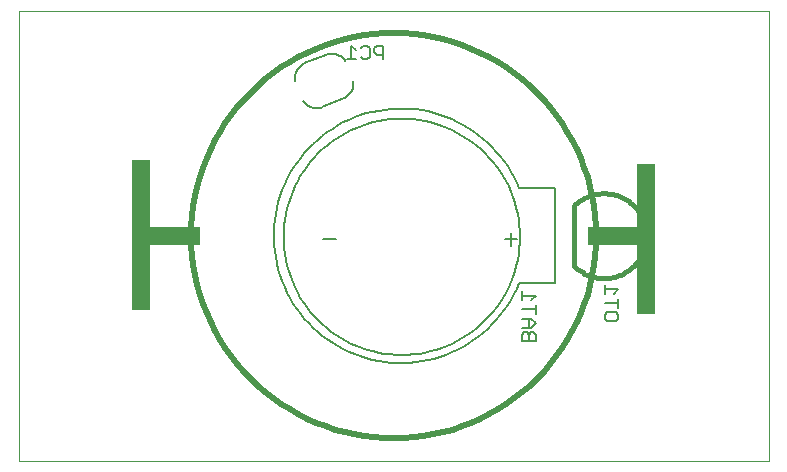
<source format=gbo>
G75*
G70*
%OFA0B0*%
%FSLAX24Y24*%
%IPPOS*%
%LPD*%
%AMOC8*
5,1,8,0,0,1.08239X$1,22.5*
%
%ADD10C,0.0000*%
%ADD11C,0.0200*%
%ADD12R,0.0600X0.5000*%
%ADD13R,0.1650X0.0600*%
%ADD14C,0.0080*%
%ADD15C,0.0050*%
%ADD16C,0.0060*%
%ADD17C,0.0150*%
D10*
X000262Y000262D02*
X000262Y015262D01*
X025262Y015262D01*
X025262Y000262D01*
X000262Y000262D01*
D11*
X006012Y007762D02*
X006020Y008093D01*
X006045Y008424D01*
X006085Y008752D01*
X006142Y009079D01*
X006214Y009402D01*
X006303Y009721D01*
X006407Y010036D01*
X006526Y010345D01*
X006660Y010648D01*
X006809Y010944D01*
X006972Y011232D01*
X007150Y011512D01*
X007340Y011783D01*
X007544Y012044D01*
X007761Y012295D01*
X007989Y012535D01*
X008229Y012763D01*
X008480Y012980D01*
X008741Y013184D01*
X009012Y013374D01*
X009292Y013552D01*
X009580Y013715D01*
X009876Y013864D01*
X010179Y013998D01*
X010488Y014117D01*
X010803Y014221D01*
X011122Y014310D01*
X011445Y014382D01*
X011772Y014439D01*
X012100Y014479D01*
X012431Y014504D01*
X012762Y014512D01*
X013093Y014504D01*
X013424Y014479D01*
X013752Y014439D01*
X014079Y014382D01*
X014402Y014310D01*
X014721Y014221D01*
X015036Y014117D01*
X015345Y013998D01*
X015648Y013864D01*
X015944Y013715D01*
X016232Y013552D01*
X016512Y013374D01*
X016783Y013184D01*
X017044Y012980D01*
X017295Y012763D01*
X017535Y012535D01*
X017763Y012295D01*
X017980Y012044D01*
X018184Y011783D01*
X018374Y011512D01*
X018552Y011232D01*
X018715Y010944D01*
X018864Y010648D01*
X018998Y010345D01*
X019117Y010036D01*
X019221Y009721D01*
X019310Y009402D01*
X019382Y009079D01*
X019439Y008752D01*
X019479Y008424D01*
X019504Y008093D01*
X019512Y007762D01*
X019504Y007431D01*
X019479Y007100D01*
X019439Y006772D01*
X019382Y006445D01*
X019310Y006122D01*
X019221Y005803D01*
X019117Y005488D01*
X018998Y005179D01*
X018864Y004876D01*
X018715Y004580D01*
X018552Y004292D01*
X018374Y004012D01*
X018184Y003741D01*
X017980Y003480D01*
X017763Y003229D01*
X017535Y002989D01*
X017295Y002761D01*
X017044Y002544D01*
X016783Y002340D01*
X016512Y002150D01*
X016232Y001972D01*
X015944Y001809D01*
X015648Y001660D01*
X015345Y001526D01*
X015036Y001407D01*
X014721Y001303D01*
X014402Y001214D01*
X014079Y001142D01*
X013752Y001085D01*
X013424Y001045D01*
X013093Y001020D01*
X012762Y001012D01*
X012431Y001020D01*
X012100Y001045D01*
X011772Y001085D01*
X011445Y001142D01*
X011122Y001214D01*
X010803Y001303D01*
X010488Y001407D01*
X010179Y001526D01*
X009876Y001660D01*
X009580Y001809D01*
X009292Y001972D01*
X009012Y002150D01*
X008741Y002340D01*
X008480Y002544D01*
X008229Y002761D01*
X007989Y002989D01*
X007761Y003229D01*
X007544Y003480D01*
X007340Y003741D01*
X007150Y004012D01*
X006972Y004292D01*
X006809Y004580D01*
X006660Y004876D01*
X006526Y005179D01*
X006407Y005488D01*
X006303Y005803D01*
X006214Y006122D01*
X006142Y006445D01*
X006085Y006772D01*
X006045Y007100D01*
X006020Y007431D01*
X006012Y007762D01*
D12*
X004342Y007782D03*
X021182Y007642D03*
D13*
X020057Y007762D03*
X005467Y007762D03*
D14*
X010372Y012044D02*
X011102Y012339D01*
X011102Y012340D02*
X011141Y012361D01*
X011179Y012385D01*
X011214Y012413D01*
X011248Y012442D01*
X011279Y012475D01*
X011307Y012510D01*
X011332Y012547D01*
X011355Y012585D01*
X011374Y012626D01*
X011390Y012668D01*
X011403Y012711D01*
X011412Y012754D01*
X011418Y012799D01*
X011420Y012844D01*
X011419Y012888D01*
X011414Y012933D01*
X011149Y013589D02*
X011122Y013625D01*
X011091Y013658D01*
X011059Y013689D01*
X011024Y013717D01*
X010987Y013742D01*
X010948Y013764D01*
X010907Y013783D01*
X010865Y013799D01*
X010822Y013811D01*
X010778Y013820D01*
X010734Y013825D01*
X010689Y013827D01*
X010644Y013825D01*
X010600Y013820D01*
X010556Y013811D01*
X010513Y013799D01*
X010512Y013800D02*
X009782Y013505D01*
X009782Y013504D02*
X009743Y013483D01*
X009705Y013459D01*
X009670Y013431D01*
X009636Y013402D01*
X009605Y013369D01*
X009577Y013334D01*
X009552Y013297D01*
X009529Y013259D01*
X009510Y013218D01*
X009494Y013176D01*
X009481Y013133D01*
X009472Y013090D01*
X009466Y013045D01*
X009464Y013000D01*
X009465Y012956D01*
X009470Y012911D01*
X009735Y012255D02*
X009762Y012219D01*
X009793Y012186D01*
X009825Y012155D01*
X009860Y012127D01*
X009897Y012102D01*
X009936Y012080D01*
X009977Y012061D01*
X010019Y012045D01*
X010062Y012033D01*
X010106Y012024D01*
X010150Y012019D01*
X010195Y012017D01*
X010240Y012019D01*
X010284Y012024D01*
X010328Y012033D01*
X010371Y012045D01*
X016942Y009337D02*
X018123Y009337D01*
X018123Y006187D01*
X016942Y006187D01*
X009092Y007723D02*
X009097Y007916D01*
X009111Y008109D01*
X009135Y008301D01*
X009168Y008491D01*
X009210Y008680D01*
X009262Y008866D01*
X009322Y009049D01*
X009392Y009230D01*
X009470Y009406D01*
X009557Y009579D01*
X009652Y009747D01*
X009756Y009910D01*
X009867Y010068D01*
X009986Y010221D01*
X010112Y010367D01*
X010245Y010507D01*
X010385Y010640D01*
X010531Y010766D01*
X010684Y010885D01*
X010842Y010996D01*
X011005Y011100D01*
X011173Y011195D01*
X011346Y011282D01*
X011522Y011360D01*
X011703Y011430D01*
X011886Y011490D01*
X012072Y011542D01*
X012261Y011584D01*
X012451Y011617D01*
X012643Y011641D01*
X012836Y011655D01*
X013029Y011660D01*
X013222Y011655D01*
X013415Y011641D01*
X013607Y011617D01*
X013797Y011584D01*
X013986Y011542D01*
X014172Y011490D01*
X014355Y011430D01*
X014536Y011360D01*
X014712Y011282D01*
X014885Y011195D01*
X015053Y011100D01*
X015216Y010996D01*
X015374Y010885D01*
X015527Y010766D01*
X015673Y010640D01*
X015813Y010507D01*
X015946Y010367D01*
X016072Y010221D01*
X016191Y010068D01*
X016302Y009910D01*
X016406Y009747D01*
X016501Y009579D01*
X016588Y009406D01*
X016666Y009230D01*
X016736Y009049D01*
X016796Y008866D01*
X016848Y008680D01*
X016890Y008491D01*
X016923Y008301D01*
X016947Y008109D01*
X016961Y007916D01*
X016966Y007723D01*
X016961Y007530D01*
X016947Y007337D01*
X016923Y007145D01*
X016890Y006955D01*
X016848Y006766D01*
X016796Y006580D01*
X016736Y006397D01*
X016666Y006216D01*
X016588Y006040D01*
X016501Y005867D01*
X016406Y005699D01*
X016302Y005536D01*
X016191Y005378D01*
X016072Y005225D01*
X015946Y005079D01*
X015813Y004939D01*
X015673Y004806D01*
X015527Y004680D01*
X015374Y004561D01*
X015216Y004450D01*
X015053Y004346D01*
X014885Y004251D01*
X014712Y004164D01*
X014536Y004086D01*
X014355Y004016D01*
X014172Y003956D01*
X013986Y003904D01*
X013797Y003862D01*
X013607Y003829D01*
X013415Y003805D01*
X013222Y003791D01*
X013029Y003786D01*
X012836Y003791D01*
X012643Y003805D01*
X012451Y003829D01*
X012261Y003862D01*
X012072Y003904D01*
X011886Y003956D01*
X011703Y004016D01*
X011522Y004086D01*
X011346Y004164D01*
X011173Y004251D01*
X011005Y004346D01*
X010842Y004450D01*
X010684Y004561D01*
X010531Y004680D01*
X010385Y004806D01*
X010245Y004939D01*
X010112Y005079D01*
X009986Y005225D01*
X009867Y005378D01*
X009756Y005536D01*
X009652Y005699D01*
X009557Y005867D01*
X009470Y006040D01*
X009392Y006216D01*
X009322Y006397D01*
X009262Y006580D01*
X009210Y006766D01*
X009168Y006955D01*
X009135Y007145D01*
X009111Y007337D01*
X009097Y007530D01*
X009092Y007723D01*
X016942Y006187D02*
X016860Y005997D01*
X016769Y005811D01*
X016669Y005629D01*
X016561Y005453D01*
X016444Y005282D01*
X016319Y005117D01*
X016185Y004958D01*
X016045Y004806D01*
X015897Y004661D01*
X015742Y004523D01*
X015580Y004394D01*
X015413Y004272D01*
X015239Y004158D01*
X015061Y004054D01*
X014877Y003958D01*
X014689Y003871D01*
X014497Y003793D01*
X014301Y003725D01*
X014102Y003666D01*
X013901Y003618D01*
X013697Y003579D01*
X013492Y003550D01*
X013286Y003531D01*
X013079Y003523D01*
X012872Y003524D01*
X012665Y003536D01*
X012459Y003557D01*
X012254Y003589D01*
X012051Y003631D01*
X011850Y003682D01*
X011653Y003743D01*
X011458Y003814D01*
X011267Y003895D01*
X011080Y003984D01*
X010898Y004083D01*
X010721Y004190D01*
X010549Y004306D01*
X010383Y004430D01*
X010223Y004562D01*
X010070Y004702D01*
X009924Y004849D01*
X009786Y005003D01*
X009655Y005163D01*
X009532Y005330D01*
X009417Y005503D01*
X009311Y005681D01*
X009214Y005864D01*
X009126Y006051D01*
X009047Y006243D01*
X008977Y006438D01*
X008917Y006636D01*
X008867Y006837D01*
X008827Y007040D01*
X008797Y007245D01*
X008776Y007451D01*
X008766Y007658D01*
X008766Y007866D01*
X008776Y008073D01*
X008797Y008279D01*
X008827Y008484D01*
X008867Y008687D01*
X008917Y008888D01*
X008977Y009086D01*
X009047Y009281D01*
X009126Y009473D01*
X009214Y009660D01*
X009311Y009843D01*
X009417Y010021D01*
X009532Y010194D01*
X009655Y010361D01*
X009786Y010521D01*
X009924Y010675D01*
X010070Y010822D01*
X010223Y010962D01*
X010383Y011094D01*
X010549Y011218D01*
X010721Y011334D01*
X010898Y011441D01*
X011080Y011540D01*
X011267Y011629D01*
X011458Y011710D01*
X011653Y011781D01*
X011850Y011842D01*
X012051Y011893D01*
X012254Y011935D01*
X012459Y011967D01*
X012665Y011988D01*
X012872Y012000D01*
X013079Y012001D01*
X013286Y011993D01*
X013492Y011974D01*
X013697Y011945D01*
X013901Y011906D01*
X014102Y011858D01*
X014301Y011799D01*
X014497Y011731D01*
X014689Y011653D01*
X014877Y011566D01*
X015061Y011470D01*
X015239Y011366D01*
X015413Y011252D01*
X015580Y011130D01*
X015742Y011001D01*
X015897Y010863D01*
X016045Y010718D01*
X016185Y010566D01*
X016319Y010407D01*
X016444Y010242D01*
X016561Y010071D01*
X016669Y009895D01*
X016769Y009713D01*
X016860Y009527D01*
X016942Y009337D01*
D15*
X019787Y006127D02*
X019787Y005827D01*
X019787Y005977D02*
X020237Y005977D01*
X020087Y005827D01*
X020237Y005666D02*
X020237Y005366D01*
X020237Y005516D02*
X019787Y005516D01*
X019862Y005206D02*
X020162Y005206D01*
X020237Y005131D01*
X020237Y004981D01*
X020162Y004906D01*
X019862Y004906D01*
X019787Y004981D01*
X019787Y005131D01*
X019862Y005206D01*
X017487Y005158D02*
X017487Y005458D01*
X017487Y005308D02*
X017037Y005308D01*
X017037Y005618D02*
X017037Y005918D01*
X017037Y005768D02*
X017487Y005768D01*
X017337Y005618D01*
X017337Y004998D02*
X017037Y004998D01*
X017262Y004998D02*
X017262Y004697D01*
X017337Y004697D02*
X017487Y004848D01*
X017337Y004998D01*
X017337Y004697D02*
X017037Y004697D01*
X017112Y004537D02*
X017037Y004462D01*
X017037Y004237D01*
X017487Y004237D01*
X017487Y004462D01*
X017412Y004537D01*
X017337Y004537D01*
X017262Y004462D01*
X017262Y004237D01*
X017262Y004462D02*
X017187Y004537D01*
X017112Y004537D01*
X012417Y013647D02*
X012417Y014097D01*
X012192Y014097D01*
X012117Y014022D01*
X012117Y013872D01*
X012192Y013797D01*
X012417Y013797D01*
X011957Y013722D02*
X011957Y014022D01*
X011882Y014097D01*
X011732Y014097D01*
X011656Y014022D01*
X011496Y013947D02*
X011346Y014097D01*
X011346Y013647D01*
X011496Y013647D02*
X011196Y013647D01*
X011656Y013722D02*
X011732Y013647D01*
X011882Y013647D01*
X011957Y013722D01*
D16*
X016668Y007862D02*
X016668Y007435D01*
X016455Y007649D02*
X016882Y007649D01*
X010844Y007649D02*
X010417Y007649D01*
D17*
X018762Y006762D02*
X018762Y008762D01*
X018816Y008813D01*
X018872Y008861D01*
X018931Y008906D01*
X018992Y008948D01*
X019055Y008987D01*
X019120Y009022D01*
X019187Y009054D01*
X019255Y009082D01*
X019325Y009107D01*
X019396Y009128D01*
X019468Y009145D01*
X019541Y009159D01*
X019614Y009168D01*
X019688Y009174D01*
X019762Y009176D01*
X019836Y009174D01*
X019910Y009168D01*
X019983Y009159D01*
X020056Y009145D01*
X020128Y009128D01*
X020199Y009107D01*
X020269Y009082D01*
X020337Y009054D01*
X020404Y009022D01*
X020469Y008987D01*
X020532Y008948D01*
X020593Y008906D01*
X020652Y008861D01*
X020708Y008813D01*
X020762Y008762D01*
X020813Y008708D01*
X020861Y008652D01*
X020906Y008593D01*
X020948Y008532D01*
X020987Y008469D01*
X021022Y008404D01*
X021054Y008337D01*
X021082Y008269D01*
X021107Y008199D01*
X021128Y008128D01*
X021145Y008056D01*
X021159Y007983D01*
X021168Y007910D01*
X021174Y007836D01*
X021176Y007762D01*
X021174Y007688D01*
X021168Y007614D01*
X021159Y007541D01*
X021145Y007468D01*
X021128Y007396D01*
X021107Y007325D01*
X021082Y007255D01*
X021054Y007187D01*
X021022Y007120D01*
X020987Y007055D01*
X020948Y006992D01*
X020906Y006931D01*
X020861Y006872D01*
X020813Y006816D01*
X020762Y006762D01*
X020708Y006711D01*
X020652Y006663D01*
X020593Y006618D01*
X020532Y006576D01*
X020469Y006537D01*
X020404Y006502D01*
X020337Y006470D01*
X020269Y006442D01*
X020199Y006417D01*
X020128Y006396D01*
X020056Y006379D01*
X019983Y006365D01*
X019910Y006356D01*
X019836Y006350D01*
X019762Y006348D01*
X019688Y006350D01*
X019614Y006356D01*
X019541Y006365D01*
X019468Y006379D01*
X019396Y006396D01*
X019325Y006417D01*
X019255Y006442D01*
X019187Y006470D01*
X019120Y006502D01*
X019055Y006537D01*
X018992Y006576D01*
X018931Y006618D01*
X018872Y006663D01*
X018816Y006711D01*
X018762Y006762D01*
M02*

</source>
